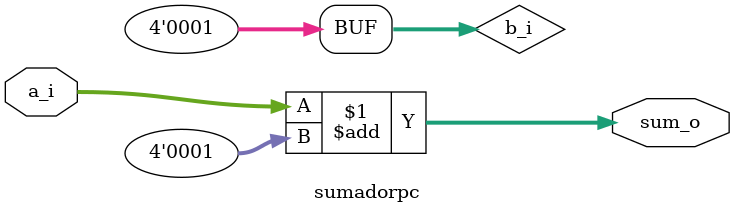
<source format=sv>
`timescale 1ns / 1ps


module sumadorpc #(parameter N = 4)(
    input [N-1:0]           a_i,
    
    output [N-1:0]          sum_o
    
);

reg [N-1:0] b_i=1;

assign sum_o = a_i + b_i;


endmodule

</source>
